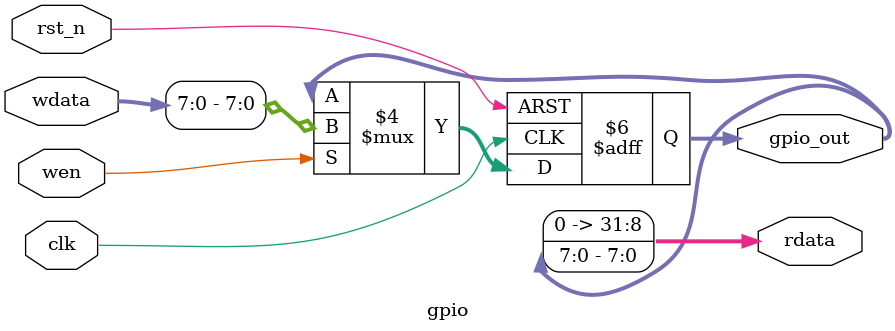
<source format=v>
`timescale 1ns / 1ps
module gpio(
    input  wire        clk,
    input  wire        rst_n,
    input  wire        wen,
    input  wire [31:0] wdata,
    output reg  [31:0] rdata,
    output reg  [7:0]  gpio_out
);
    always @(posedge clk or negedge rst_n) begin
        if (!rst_n) begin
            gpio_out <= 8'h00;
        end else if (wen) begin
            gpio_out <= wdata[7:0];
        end
    end

    always @(*) begin
        rdata = {24'b0, gpio_out};
    end
endmodule

</source>
